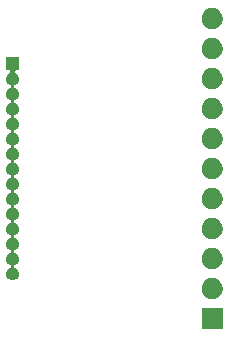
<source format=gbr>
G04 #@! TF.GenerationSoftware,KiCad,Pcbnew,(5.1.6)-1*
G04 #@! TF.CreationDate,2020-08-10T17:54:01+03:00*
G04 #@! TF.ProjectId,Sharp_11pin_to_15pin_Adapter,53686172-705f-4313-9170-696e5f746f5f,rev?*
G04 #@! TF.SameCoordinates,Original*
G04 #@! TF.FileFunction,Soldermask,Bot*
G04 #@! TF.FilePolarity,Negative*
%FSLAX46Y46*%
G04 Gerber Fmt 4.6, Leading zero omitted, Abs format (unit mm)*
G04 Created by KiCad (PCBNEW (5.1.6)-1) date 2020-08-10 17:54:01*
%MOMM*%
%LPD*%
G01*
G04 APERTURE LIST*
%ADD10C,0.100000*%
G04 APERTURE END LIST*
D10*
G36*
X145681000Y-127901000D02*
G01*
X143879000Y-127901000D01*
X143879000Y-126099000D01*
X145681000Y-126099000D01*
X145681000Y-127901000D01*
G37*
G36*
X144893512Y-123563927D02*
G01*
X145042812Y-123593624D01*
X145206784Y-123661544D01*
X145354354Y-123760147D01*
X145479853Y-123885646D01*
X145578456Y-124033216D01*
X145646376Y-124197188D01*
X145681000Y-124371259D01*
X145681000Y-124548741D01*
X145646376Y-124722812D01*
X145578456Y-124886784D01*
X145479853Y-125034354D01*
X145354354Y-125159853D01*
X145206784Y-125258456D01*
X145042812Y-125326376D01*
X144893512Y-125356073D01*
X144868742Y-125361000D01*
X144691258Y-125361000D01*
X144666488Y-125356073D01*
X144517188Y-125326376D01*
X144353216Y-125258456D01*
X144205646Y-125159853D01*
X144080147Y-125034354D01*
X143981544Y-124886784D01*
X143913624Y-124722812D01*
X143879000Y-124548741D01*
X143879000Y-124371259D01*
X143913624Y-124197188D01*
X143981544Y-124033216D01*
X144080147Y-123885646D01*
X144205646Y-123760147D01*
X144353216Y-123661544D01*
X144517188Y-123593624D01*
X144666488Y-123563927D01*
X144691258Y-123559000D01*
X144868742Y-123559000D01*
X144893512Y-123563927D01*
G37*
G36*
X128431000Y-105961000D02*
G01*
X128207782Y-105961000D01*
X128183396Y-105963402D01*
X128159947Y-105970515D01*
X128138336Y-105982066D01*
X128119394Y-105997611D01*
X128103849Y-106016553D01*
X128092298Y-106038164D01*
X128085185Y-106061613D01*
X128082783Y-106085999D01*
X128085185Y-106110385D01*
X128092298Y-106133834D01*
X128103849Y-106155445D01*
X128119394Y-106174387D01*
X128138336Y-106189932D01*
X128199816Y-106231012D01*
X128231242Y-106252010D01*
X128307990Y-106328758D01*
X128307991Y-106328760D01*
X128368291Y-106419005D01*
X128409826Y-106519279D01*
X128431000Y-106625730D01*
X128431000Y-106734270D01*
X128409826Y-106840721D01*
X128368291Y-106940995D01*
X128367077Y-106942812D01*
X128307990Y-107031242D01*
X128231242Y-107107990D01*
X128185812Y-107138345D01*
X128140995Y-107168291D01*
X128065611Y-107199516D01*
X128044000Y-107211067D01*
X128025059Y-107226612D01*
X128009513Y-107245554D01*
X127997962Y-107267165D01*
X127990849Y-107290614D01*
X127988447Y-107315000D01*
X127990849Y-107339386D01*
X127997962Y-107362835D01*
X128009513Y-107384446D01*
X128025058Y-107403387D01*
X128044000Y-107418933D01*
X128065611Y-107430484D01*
X128140995Y-107461709D01*
X128185812Y-107491655D01*
X128231242Y-107522010D01*
X128307990Y-107598758D01*
X128307991Y-107598760D01*
X128368291Y-107689005D01*
X128409826Y-107789279D01*
X128431000Y-107895730D01*
X128431000Y-108004270D01*
X128409826Y-108110721D01*
X128368291Y-108210995D01*
X128368290Y-108210996D01*
X128307990Y-108301242D01*
X128231242Y-108377990D01*
X128185812Y-108408345D01*
X128140995Y-108438291D01*
X128065611Y-108469516D01*
X128044000Y-108481067D01*
X128025059Y-108496612D01*
X128009513Y-108515554D01*
X127997962Y-108537165D01*
X127990849Y-108560614D01*
X127988447Y-108585000D01*
X127990849Y-108609386D01*
X127997962Y-108632835D01*
X128009513Y-108654446D01*
X128025058Y-108673387D01*
X128044000Y-108688933D01*
X128065611Y-108700484D01*
X128140995Y-108731709D01*
X128140996Y-108731710D01*
X128231242Y-108792010D01*
X128307990Y-108868758D01*
X128307991Y-108868760D01*
X128368291Y-108959005D01*
X128409826Y-109059279D01*
X128431000Y-109165730D01*
X128431000Y-109274270D01*
X128409826Y-109380721D01*
X128368291Y-109480995D01*
X128367077Y-109482812D01*
X128307990Y-109571242D01*
X128231242Y-109647990D01*
X128185812Y-109678345D01*
X128140995Y-109708291D01*
X128065611Y-109739516D01*
X128044000Y-109751067D01*
X128025059Y-109766612D01*
X128009513Y-109785554D01*
X127997962Y-109807165D01*
X127990849Y-109830614D01*
X127988447Y-109855000D01*
X127990849Y-109879386D01*
X127997962Y-109902835D01*
X128009513Y-109924446D01*
X128025058Y-109943387D01*
X128044000Y-109958933D01*
X128065611Y-109970484D01*
X128140995Y-110001709D01*
X128185812Y-110031655D01*
X128231242Y-110062010D01*
X128307990Y-110138758D01*
X128307991Y-110138760D01*
X128368291Y-110229005D01*
X128409826Y-110329279D01*
X128431000Y-110435730D01*
X128431000Y-110544270D01*
X128409826Y-110650721D01*
X128368291Y-110750995D01*
X128368290Y-110750996D01*
X128307990Y-110841242D01*
X128231242Y-110917990D01*
X128185812Y-110948345D01*
X128140995Y-110978291D01*
X128065611Y-111009516D01*
X128044000Y-111021067D01*
X128025059Y-111036612D01*
X128009513Y-111055554D01*
X127997962Y-111077165D01*
X127990849Y-111100614D01*
X127988447Y-111125000D01*
X127990849Y-111149386D01*
X127997962Y-111172835D01*
X128009513Y-111194446D01*
X128025058Y-111213387D01*
X128044000Y-111228933D01*
X128065611Y-111240484D01*
X128140995Y-111271709D01*
X128140996Y-111271710D01*
X128231242Y-111332010D01*
X128307990Y-111408758D01*
X128307991Y-111408760D01*
X128368291Y-111499005D01*
X128409826Y-111599279D01*
X128431000Y-111705730D01*
X128431000Y-111814270D01*
X128409826Y-111920721D01*
X128368291Y-112020995D01*
X128367077Y-112022812D01*
X128307990Y-112111242D01*
X128231242Y-112187990D01*
X128185812Y-112218345D01*
X128140995Y-112248291D01*
X128065611Y-112279516D01*
X128044000Y-112291067D01*
X128025059Y-112306612D01*
X128009513Y-112325554D01*
X127997962Y-112347165D01*
X127990849Y-112370614D01*
X127988447Y-112395000D01*
X127990849Y-112419386D01*
X127997962Y-112442835D01*
X128009513Y-112464446D01*
X128025058Y-112483387D01*
X128044000Y-112498933D01*
X128065611Y-112510484D01*
X128140995Y-112541709D01*
X128185812Y-112571655D01*
X128231242Y-112602010D01*
X128307990Y-112678758D01*
X128307991Y-112678760D01*
X128368291Y-112769005D01*
X128409826Y-112869279D01*
X128431000Y-112975730D01*
X128431000Y-113084270D01*
X128409826Y-113190721D01*
X128368291Y-113290995D01*
X128368290Y-113290996D01*
X128307990Y-113381242D01*
X128231242Y-113457990D01*
X128185812Y-113488345D01*
X128140995Y-113518291D01*
X128065611Y-113549516D01*
X128044000Y-113561067D01*
X128025059Y-113576612D01*
X128009513Y-113595554D01*
X127997962Y-113617165D01*
X127990849Y-113640614D01*
X127988447Y-113665000D01*
X127990849Y-113689386D01*
X127997962Y-113712835D01*
X128009513Y-113734446D01*
X128025058Y-113753387D01*
X128044000Y-113768933D01*
X128065611Y-113780484D01*
X128140995Y-113811709D01*
X128140996Y-113811710D01*
X128231242Y-113872010D01*
X128307990Y-113948758D01*
X128307991Y-113948760D01*
X128368291Y-114039005D01*
X128409826Y-114139279D01*
X128431000Y-114245730D01*
X128431000Y-114354270D01*
X128409826Y-114460721D01*
X128368291Y-114560995D01*
X128367077Y-114562812D01*
X128307990Y-114651242D01*
X128231242Y-114727990D01*
X128185812Y-114758345D01*
X128140995Y-114788291D01*
X128065611Y-114819516D01*
X128044000Y-114831067D01*
X128025059Y-114846612D01*
X128009513Y-114865554D01*
X127997962Y-114887165D01*
X127990849Y-114910614D01*
X127988447Y-114935000D01*
X127990849Y-114959386D01*
X127997962Y-114982835D01*
X128009513Y-115004446D01*
X128025058Y-115023387D01*
X128044000Y-115038933D01*
X128065611Y-115050484D01*
X128140995Y-115081709D01*
X128185812Y-115111655D01*
X128231242Y-115142010D01*
X128307990Y-115218758D01*
X128307991Y-115218760D01*
X128368291Y-115309005D01*
X128409826Y-115409279D01*
X128431000Y-115515730D01*
X128431000Y-115624270D01*
X128409826Y-115730721D01*
X128368291Y-115830995D01*
X128368290Y-115830996D01*
X128307990Y-115921242D01*
X128231242Y-115997990D01*
X128185812Y-116028345D01*
X128140995Y-116058291D01*
X128065611Y-116089516D01*
X128044000Y-116101067D01*
X128025059Y-116116612D01*
X128009513Y-116135554D01*
X127997962Y-116157165D01*
X127990849Y-116180614D01*
X127988447Y-116205000D01*
X127990849Y-116229386D01*
X127997962Y-116252835D01*
X128009513Y-116274446D01*
X128025058Y-116293387D01*
X128044000Y-116308933D01*
X128065611Y-116320484D01*
X128140995Y-116351709D01*
X128140996Y-116351710D01*
X128231242Y-116412010D01*
X128307990Y-116488758D01*
X128307991Y-116488760D01*
X128368291Y-116579005D01*
X128409826Y-116679279D01*
X128431000Y-116785730D01*
X128431000Y-116894270D01*
X128409826Y-117000721D01*
X128368291Y-117100995D01*
X128367077Y-117102812D01*
X128307990Y-117191242D01*
X128231242Y-117267990D01*
X128185812Y-117298345D01*
X128140995Y-117328291D01*
X128065611Y-117359516D01*
X128044000Y-117371067D01*
X128025059Y-117386612D01*
X128009513Y-117405554D01*
X127997962Y-117427165D01*
X127990849Y-117450614D01*
X127988447Y-117475000D01*
X127990849Y-117499386D01*
X127997962Y-117522835D01*
X128009513Y-117544446D01*
X128025058Y-117563387D01*
X128044000Y-117578933D01*
X128065611Y-117590484D01*
X128140995Y-117621709D01*
X128185812Y-117651655D01*
X128231242Y-117682010D01*
X128307990Y-117758758D01*
X128307991Y-117758760D01*
X128368291Y-117849005D01*
X128409826Y-117949279D01*
X128431000Y-118055730D01*
X128431000Y-118164270D01*
X128409826Y-118270721D01*
X128368291Y-118370995D01*
X128368290Y-118370996D01*
X128307990Y-118461242D01*
X128231242Y-118537990D01*
X128185812Y-118568345D01*
X128140995Y-118598291D01*
X128065611Y-118629516D01*
X128044000Y-118641067D01*
X128025059Y-118656612D01*
X128009513Y-118675554D01*
X127997962Y-118697165D01*
X127990849Y-118720614D01*
X127988447Y-118745000D01*
X127990849Y-118769386D01*
X127997962Y-118792835D01*
X128009513Y-118814446D01*
X128025058Y-118833387D01*
X128044000Y-118848933D01*
X128065611Y-118860484D01*
X128140995Y-118891709D01*
X128140996Y-118891710D01*
X128231242Y-118952010D01*
X128307990Y-119028758D01*
X128307991Y-119028760D01*
X128368291Y-119119005D01*
X128409826Y-119219279D01*
X128431000Y-119325730D01*
X128431000Y-119434270D01*
X128409826Y-119540721D01*
X128368291Y-119640995D01*
X128367077Y-119642812D01*
X128307990Y-119731242D01*
X128231242Y-119807990D01*
X128185812Y-119838345D01*
X128140995Y-119868291D01*
X128065611Y-119899516D01*
X128044000Y-119911067D01*
X128025059Y-119926612D01*
X128009513Y-119945554D01*
X127997962Y-119967165D01*
X127990849Y-119990614D01*
X127988447Y-120015000D01*
X127990849Y-120039386D01*
X127997962Y-120062835D01*
X128009513Y-120084446D01*
X128025058Y-120103387D01*
X128044000Y-120118933D01*
X128065611Y-120130484D01*
X128140995Y-120161709D01*
X128185812Y-120191655D01*
X128231242Y-120222010D01*
X128307990Y-120298758D01*
X128307991Y-120298760D01*
X128368291Y-120389005D01*
X128409826Y-120489279D01*
X128431000Y-120595730D01*
X128431000Y-120704270D01*
X128409826Y-120810721D01*
X128368291Y-120910995D01*
X128368290Y-120910996D01*
X128307990Y-121001242D01*
X128231242Y-121077990D01*
X128185812Y-121108345D01*
X128140995Y-121138291D01*
X128065611Y-121169516D01*
X128044000Y-121181067D01*
X128025059Y-121196612D01*
X128009513Y-121215554D01*
X127997962Y-121237165D01*
X127990849Y-121260614D01*
X127988447Y-121285000D01*
X127990849Y-121309386D01*
X127997962Y-121332835D01*
X128009513Y-121354446D01*
X128025058Y-121373387D01*
X128044000Y-121388933D01*
X128065611Y-121400484D01*
X128140995Y-121431709D01*
X128140996Y-121431710D01*
X128231242Y-121492010D01*
X128307990Y-121568758D01*
X128307991Y-121568760D01*
X128368291Y-121659005D01*
X128409826Y-121759279D01*
X128431000Y-121865730D01*
X128431000Y-121974270D01*
X128409826Y-122080721D01*
X128368291Y-122180995D01*
X128367077Y-122182812D01*
X128307990Y-122271242D01*
X128231242Y-122347990D01*
X128185812Y-122378345D01*
X128140995Y-122408291D01*
X128065611Y-122439516D01*
X128044000Y-122451067D01*
X128025059Y-122466612D01*
X128009513Y-122485554D01*
X127997962Y-122507165D01*
X127990849Y-122530614D01*
X127988447Y-122555000D01*
X127990849Y-122579386D01*
X127997962Y-122602835D01*
X128009513Y-122624446D01*
X128025058Y-122643387D01*
X128044000Y-122658933D01*
X128065611Y-122670484D01*
X128140995Y-122701709D01*
X128185812Y-122731655D01*
X128231242Y-122762010D01*
X128307990Y-122838758D01*
X128307991Y-122838760D01*
X128368291Y-122929005D01*
X128409826Y-123029279D01*
X128431000Y-123135730D01*
X128431000Y-123244270D01*
X128409826Y-123350721D01*
X128368291Y-123450995D01*
X128368290Y-123450996D01*
X128307990Y-123541242D01*
X128231242Y-123617990D01*
X128185812Y-123648345D01*
X128140995Y-123678291D01*
X128040721Y-123719826D01*
X127934270Y-123741000D01*
X127825730Y-123741000D01*
X127719279Y-123719826D01*
X127619005Y-123678291D01*
X127574188Y-123648345D01*
X127528758Y-123617990D01*
X127452010Y-123541242D01*
X127391710Y-123450996D01*
X127391709Y-123450995D01*
X127350174Y-123350721D01*
X127329000Y-123244270D01*
X127329000Y-123135730D01*
X127350174Y-123029279D01*
X127391709Y-122929005D01*
X127452009Y-122838760D01*
X127452010Y-122838758D01*
X127528758Y-122762010D01*
X127574188Y-122731655D01*
X127619005Y-122701709D01*
X127694389Y-122670484D01*
X127716000Y-122658933D01*
X127734941Y-122643388D01*
X127750487Y-122624446D01*
X127762038Y-122602835D01*
X127769151Y-122579386D01*
X127771553Y-122555000D01*
X127769151Y-122530614D01*
X127762038Y-122507165D01*
X127750487Y-122485554D01*
X127734942Y-122466613D01*
X127716000Y-122451067D01*
X127694389Y-122439516D01*
X127619005Y-122408291D01*
X127574188Y-122378345D01*
X127528758Y-122347990D01*
X127452010Y-122271242D01*
X127392923Y-122182812D01*
X127391709Y-122180995D01*
X127350174Y-122080721D01*
X127329000Y-121974270D01*
X127329000Y-121865730D01*
X127350174Y-121759279D01*
X127391709Y-121659005D01*
X127452009Y-121568760D01*
X127452010Y-121568758D01*
X127528758Y-121492010D01*
X127619004Y-121431710D01*
X127619005Y-121431709D01*
X127694389Y-121400484D01*
X127716000Y-121388933D01*
X127734941Y-121373388D01*
X127750487Y-121354446D01*
X127762038Y-121332835D01*
X127769151Y-121309386D01*
X127771553Y-121285000D01*
X127769151Y-121260614D01*
X127762038Y-121237165D01*
X127750487Y-121215554D01*
X127734942Y-121196613D01*
X127716000Y-121181067D01*
X127694389Y-121169516D01*
X127619005Y-121138291D01*
X127574188Y-121108345D01*
X127528758Y-121077990D01*
X127452010Y-121001242D01*
X127391710Y-120910996D01*
X127391709Y-120910995D01*
X127350174Y-120810721D01*
X127329000Y-120704270D01*
X127329000Y-120595730D01*
X127350174Y-120489279D01*
X127391709Y-120389005D01*
X127452009Y-120298760D01*
X127452010Y-120298758D01*
X127528758Y-120222010D01*
X127574188Y-120191655D01*
X127619005Y-120161709D01*
X127694389Y-120130484D01*
X127716000Y-120118933D01*
X127734941Y-120103388D01*
X127750487Y-120084446D01*
X127762038Y-120062835D01*
X127769151Y-120039386D01*
X127771553Y-120015000D01*
X127769151Y-119990614D01*
X127762038Y-119967165D01*
X127750487Y-119945554D01*
X127734942Y-119926613D01*
X127716000Y-119911067D01*
X127694389Y-119899516D01*
X127619005Y-119868291D01*
X127574188Y-119838345D01*
X127528758Y-119807990D01*
X127452010Y-119731242D01*
X127392923Y-119642812D01*
X127391709Y-119640995D01*
X127350174Y-119540721D01*
X127329000Y-119434270D01*
X127329000Y-119325730D01*
X127350174Y-119219279D01*
X127391709Y-119119005D01*
X127452009Y-119028760D01*
X127452010Y-119028758D01*
X127528758Y-118952010D01*
X127619004Y-118891710D01*
X127619005Y-118891709D01*
X127694389Y-118860484D01*
X127716000Y-118848933D01*
X127734941Y-118833388D01*
X127750487Y-118814446D01*
X127762038Y-118792835D01*
X127769151Y-118769386D01*
X127771553Y-118745000D01*
X127769151Y-118720614D01*
X127762038Y-118697165D01*
X127750487Y-118675554D01*
X127734942Y-118656613D01*
X127716000Y-118641067D01*
X127694389Y-118629516D01*
X127619005Y-118598291D01*
X127574188Y-118568345D01*
X127528758Y-118537990D01*
X127452010Y-118461242D01*
X127391710Y-118370996D01*
X127391709Y-118370995D01*
X127350174Y-118270721D01*
X127329000Y-118164270D01*
X127329000Y-118055730D01*
X127350174Y-117949279D01*
X127391709Y-117849005D01*
X127452009Y-117758760D01*
X127452010Y-117758758D01*
X127528758Y-117682010D01*
X127574188Y-117651655D01*
X127619005Y-117621709D01*
X127694389Y-117590484D01*
X127716000Y-117578933D01*
X127734941Y-117563388D01*
X127750487Y-117544446D01*
X127762038Y-117522835D01*
X127769151Y-117499386D01*
X127771553Y-117475000D01*
X127769151Y-117450614D01*
X127762038Y-117427165D01*
X127750487Y-117405554D01*
X127734942Y-117386613D01*
X127716000Y-117371067D01*
X127694389Y-117359516D01*
X127619005Y-117328291D01*
X127574188Y-117298345D01*
X127528758Y-117267990D01*
X127452010Y-117191242D01*
X127392923Y-117102812D01*
X127391709Y-117100995D01*
X127350174Y-117000721D01*
X127329000Y-116894270D01*
X127329000Y-116785730D01*
X127350174Y-116679279D01*
X127391709Y-116579005D01*
X127452009Y-116488760D01*
X127452010Y-116488758D01*
X127528758Y-116412010D01*
X127619004Y-116351710D01*
X127619005Y-116351709D01*
X127694389Y-116320484D01*
X127716000Y-116308933D01*
X127734941Y-116293388D01*
X127750487Y-116274446D01*
X127762038Y-116252835D01*
X127769151Y-116229386D01*
X127771553Y-116205000D01*
X127769151Y-116180614D01*
X127762038Y-116157165D01*
X127750487Y-116135554D01*
X127734942Y-116116613D01*
X127716000Y-116101067D01*
X127694389Y-116089516D01*
X127619005Y-116058291D01*
X127574188Y-116028345D01*
X127528758Y-115997990D01*
X127452010Y-115921242D01*
X127391710Y-115830996D01*
X127391709Y-115830995D01*
X127350174Y-115730721D01*
X127329000Y-115624270D01*
X127329000Y-115515730D01*
X127350174Y-115409279D01*
X127391709Y-115309005D01*
X127452009Y-115218760D01*
X127452010Y-115218758D01*
X127528758Y-115142010D01*
X127574188Y-115111655D01*
X127619005Y-115081709D01*
X127694389Y-115050484D01*
X127716000Y-115038933D01*
X127734941Y-115023388D01*
X127750487Y-115004446D01*
X127762038Y-114982835D01*
X127769151Y-114959386D01*
X127771553Y-114935000D01*
X127769151Y-114910614D01*
X127762038Y-114887165D01*
X127750487Y-114865554D01*
X127734942Y-114846613D01*
X127716000Y-114831067D01*
X127694389Y-114819516D01*
X127619005Y-114788291D01*
X127574188Y-114758345D01*
X127528758Y-114727990D01*
X127452010Y-114651242D01*
X127392923Y-114562812D01*
X127391709Y-114560995D01*
X127350174Y-114460721D01*
X127329000Y-114354270D01*
X127329000Y-114245730D01*
X127350174Y-114139279D01*
X127391709Y-114039005D01*
X127452009Y-113948760D01*
X127452010Y-113948758D01*
X127528758Y-113872010D01*
X127619004Y-113811710D01*
X127619005Y-113811709D01*
X127694389Y-113780484D01*
X127716000Y-113768933D01*
X127734941Y-113753388D01*
X127750487Y-113734446D01*
X127762038Y-113712835D01*
X127769151Y-113689386D01*
X127771553Y-113665000D01*
X127769151Y-113640614D01*
X127762038Y-113617165D01*
X127750487Y-113595554D01*
X127734942Y-113576613D01*
X127716000Y-113561067D01*
X127694389Y-113549516D01*
X127619005Y-113518291D01*
X127574188Y-113488345D01*
X127528758Y-113457990D01*
X127452010Y-113381242D01*
X127391710Y-113290996D01*
X127391709Y-113290995D01*
X127350174Y-113190721D01*
X127329000Y-113084270D01*
X127329000Y-112975730D01*
X127350174Y-112869279D01*
X127391709Y-112769005D01*
X127452009Y-112678760D01*
X127452010Y-112678758D01*
X127528758Y-112602010D01*
X127574188Y-112571655D01*
X127619005Y-112541709D01*
X127694389Y-112510484D01*
X127716000Y-112498933D01*
X127734941Y-112483388D01*
X127750487Y-112464446D01*
X127762038Y-112442835D01*
X127769151Y-112419386D01*
X127771553Y-112395000D01*
X127769151Y-112370614D01*
X127762038Y-112347165D01*
X127750487Y-112325554D01*
X127734942Y-112306613D01*
X127716000Y-112291067D01*
X127694389Y-112279516D01*
X127619005Y-112248291D01*
X127574188Y-112218345D01*
X127528758Y-112187990D01*
X127452010Y-112111242D01*
X127392923Y-112022812D01*
X127391709Y-112020995D01*
X127350174Y-111920721D01*
X127329000Y-111814270D01*
X127329000Y-111705730D01*
X127350174Y-111599279D01*
X127391709Y-111499005D01*
X127452009Y-111408760D01*
X127452010Y-111408758D01*
X127528758Y-111332010D01*
X127619004Y-111271710D01*
X127619005Y-111271709D01*
X127694389Y-111240484D01*
X127716000Y-111228933D01*
X127734941Y-111213388D01*
X127750487Y-111194446D01*
X127762038Y-111172835D01*
X127769151Y-111149386D01*
X127771553Y-111125000D01*
X127769151Y-111100614D01*
X127762038Y-111077165D01*
X127750487Y-111055554D01*
X127734942Y-111036613D01*
X127716000Y-111021067D01*
X127694389Y-111009516D01*
X127619005Y-110978291D01*
X127574188Y-110948345D01*
X127528758Y-110917990D01*
X127452010Y-110841242D01*
X127391710Y-110750996D01*
X127391709Y-110750995D01*
X127350174Y-110650721D01*
X127329000Y-110544270D01*
X127329000Y-110435730D01*
X127350174Y-110329279D01*
X127391709Y-110229005D01*
X127452009Y-110138760D01*
X127452010Y-110138758D01*
X127528758Y-110062010D01*
X127574188Y-110031655D01*
X127619005Y-110001709D01*
X127694389Y-109970484D01*
X127716000Y-109958933D01*
X127734941Y-109943388D01*
X127750487Y-109924446D01*
X127762038Y-109902835D01*
X127769151Y-109879386D01*
X127771553Y-109855000D01*
X127769151Y-109830614D01*
X127762038Y-109807165D01*
X127750487Y-109785554D01*
X127734942Y-109766613D01*
X127716000Y-109751067D01*
X127694389Y-109739516D01*
X127619005Y-109708291D01*
X127574188Y-109678345D01*
X127528758Y-109647990D01*
X127452010Y-109571242D01*
X127392923Y-109482812D01*
X127391709Y-109480995D01*
X127350174Y-109380721D01*
X127329000Y-109274270D01*
X127329000Y-109165730D01*
X127350174Y-109059279D01*
X127391709Y-108959005D01*
X127452009Y-108868760D01*
X127452010Y-108868758D01*
X127528758Y-108792010D01*
X127619004Y-108731710D01*
X127619005Y-108731709D01*
X127694389Y-108700484D01*
X127716000Y-108688933D01*
X127734941Y-108673388D01*
X127750487Y-108654446D01*
X127762038Y-108632835D01*
X127769151Y-108609386D01*
X127771553Y-108585000D01*
X127769151Y-108560614D01*
X127762038Y-108537165D01*
X127750487Y-108515554D01*
X127734942Y-108496613D01*
X127716000Y-108481067D01*
X127694389Y-108469516D01*
X127619005Y-108438291D01*
X127574188Y-108408345D01*
X127528758Y-108377990D01*
X127452010Y-108301242D01*
X127391710Y-108210996D01*
X127391709Y-108210995D01*
X127350174Y-108110721D01*
X127329000Y-108004270D01*
X127329000Y-107895730D01*
X127350174Y-107789279D01*
X127391709Y-107689005D01*
X127452009Y-107598760D01*
X127452010Y-107598758D01*
X127528758Y-107522010D01*
X127574188Y-107491655D01*
X127619005Y-107461709D01*
X127694389Y-107430484D01*
X127716000Y-107418933D01*
X127734941Y-107403388D01*
X127750487Y-107384446D01*
X127762038Y-107362835D01*
X127769151Y-107339386D01*
X127771553Y-107315000D01*
X127769151Y-107290614D01*
X127762038Y-107267165D01*
X127750487Y-107245554D01*
X127734942Y-107226613D01*
X127716000Y-107211067D01*
X127694389Y-107199516D01*
X127619005Y-107168291D01*
X127574188Y-107138345D01*
X127528758Y-107107990D01*
X127452010Y-107031242D01*
X127392923Y-106942812D01*
X127391709Y-106940995D01*
X127350174Y-106840721D01*
X127329000Y-106734270D01*
X127329000Y-106625730D01*
X127350174Y-106519279D01*
X127391709Y-106419005D01*
X127452009Y-106328760D01*
X127452010Y-106328758D01*
X127528758Y-106252010D01*
X127560184Y-106231012D01*
X127621664Y-106189932D01*
X127640606Y-106174386D01*
X127656151Y-106155444D01*
X127667702Y-106133833D01*
X127674815Y-106110385D01*
X127677217Y-106085998D01*
X127674815Y-106061612D01*
X127667702Y-106038163D01*
X127656151Y-106016553D01*
X127640605Y-105997611D01*
X127621663Y-105982066D01*
X127600052Y-105970515D01*
X127576604Y-105963402D01*
X127552218Y-105961000D01*
X127329000Y-105961000D01*
X127329000Y-104859000D01*
X128431000Y-104859000D01*
X128431000Y-105961000D01*
G37*
G36*
X144893512Y-121023927D02*
G01*
X145042812Y-121053624D01*
X145206784Y-121121544D01*
X145354354Y-121220147D01*
X145479853Y-121345646D01*
X145578456Y-121493216D01*
X145646376Y-121657188D01*
X145681000Y-121831259D01*
X145681000Y-122008741D01*
X145646376Y-122182812D01*
X145578456Y-122346784D01*
X145479853Y-122494354D01*
X145354354Y-122619853D01*
X145206784Y-122718456D01*
X145042812Y-122786376D01*
X144893512Y-122816073D01*
X144868742Y-122821000D01*
X144691258Y-122821000D01*
X144666488Y-122816073D01*
X144517188Y-122786376D01*
X144353216Y-122718456D01*
X144205646Y-122619853D01*
X144080147Y-122494354D01*
X143981544Y-122346784D01*
X143913624Y-122182812D01*
X143879000Y-122008741D01*
X143879000Y-121831259D01*
X143913624Y-121657188D01*
X143981544Y-121493216D01*
X144080147Y-121345646D01*
X144205646Y-121220147D01*
X144353216Y-121121544D01*
X144517188Y-121053624D01*
X144666488Y-121023927D01*
X144691258Y-121019000D01*
X144868742Y-121019000D01*
X144893512Y-121023927D01*
G37*
G36*
X144893512Y-118483927D02*
G01*
X145042812Y-118513624D01*
X145206784Y-118581544D01*
X145354354Y-118680147D01*
X145479853Y-118805646D01*
X145578456Y-118953216D01*
X145646376Y-119117188D01*
X145681000Y-119291259D01*
X145681000Y-119468741D01*
X145646376Y-119642812D01*
X145578456Y-119806784D01*
X145479853Y-119954354D01*
X145354354Y-120079853D01*
X145206784Y-120178456D01*
X145042812Y-120246376D01*
X144893512Y-120276073D01*
X144868742Y-120281000D01*
X144691258Y-120281000D01*
X144666488Y-120276073D01*
X144517188Y-120246376D01*
X144353216Y-120178456D01*
X144205646Y-120079853D01*
X144080147Y-119954354D01*
X143981544Y-119806784D01*
X143913624Y-119642812D01*
X143879000Y-119468741D01*
X143879000Y-119291259D01*
X143913624Y-119117188D01*
X143981544Y-118953216D01*
X144080147Y-118805646D01*
X144205646Y-118680147D01*
X144353216Y-118581544D01*
X144517188Y-118513624D01*
X144666488Y-118483927D01*
X144691258Y-118479000D01*
X144868742Y-118479000D01*
X144893512Y-118483927D01*
G37*
G36*
X144893512Y-115943927D02*
G01*
X145042812Y-115973624D01*
X145206784Y-116041544D01*
X145354354Y-116140147D01*
X145479853Y-116265646D01*
X145578456Y-116413216D01*
X145646376Y-116577188D01*
X145681000Y-116751259D01*
X145681000Y-116928741D01*
X145646376Y-117102812D01*
X145578456Y-117266784D01*
X145479853Y-117414354D01*
X145354354Y-117539853D01*
X145206784Y-117638456D01*
X145042812Y-117706376D01*
X144893512Y-117736073D01*
X144868742Y-117741000D01*
X144691258Y-117741000D01*
X144666488Y-117736073D01*
X144517188Y-117706376D01*
X144353216Y-117638456D01*
X144205646Y-117539853D01*
X144080147Y-117414354D01*
X143981544Y-117266784D01*
X143913624Y-117102812D01*
X143879000Y-116928741D01*
X143879000Y-116751259D01*
X143913624Y-116577188D01*
X143981544Y-116413216D01*
X144080147Y-116265646D01*
X144205646Y-116140147D01*
X144353216Y-116041544D01*
X144517188Y-115973624D01*
X144666488Y-115943927D01*
X144691258Y-115939000D01*
X144868742Y-115939000D01*
X144893512Y-115943927D01*
G37*
G36*
X144893512Y-113403927D02*
G01*
X145042812Y-113433624D01*
X145206784Y-113501544D01*
X145354354Y-113600147D01*
X145479853Y-113725646D01*
X145578456Y-113873216D01*
X145646376Y-114037188D01*
X145681000Y-114211259D01*
X145681000Y-114388741D01*
X145646376Y-114562812D01*
X145578456Y-114726784D01*
X145479853Y-114874354D01*
X145354354Y-114999853D01*
X145206784Y-115098456D01*
X145042812Y-115166376D01*
X144893512Y-115196073D01*
X144868742Y-115201000D01*
X144691258Y-115201000D01*
X144666488Y-115196073D01*
X144517188Y-115166376D01*
X144353216Y-115098456D01*
X144205646Y-114999853D01*
X144080147Y-114874354D01*
X143981544Y-114726784D01*
X143913624Y-114562812D01*
X143879000Y-114388741D01*
X143879000Y-114211259D01*
X143913624Y-114037188D01*
X143981544Y-113873216D01*
X144080147Y-113725646D01*
X144205646Y-113600147D01*
X144353216Y-113501544D01*
X144517188Y-113433624D01*
X144666488Y-113403927D01*
X144691258Y-113399000D01*
X144868742Y-113399000D01*
X144893512Y-113403927D01*
G37*
G36*
X144893512Y-110863927D02*
G01*
X145042812Y-110893624D01*
X145206784Y-110961544D01*
X145354354Y-111060147D01*
X145479853Y-111185646D01*
X145578456Y-111333216D01*
X145646376Y-111497188D01*
X145681000Y-111671259D01*
X145681000Y-111848741D01*
X145646376Y-112022812D01*
X145578456Y-112186784D01*
X145479853Y-112334354D01*
X145354354Y-112459853D01*
X145206784Y-112558456D01*
X145042812Y-112626376D01*
X144893512Y-112656073D01*
X144868742Y-112661000D01*
X144691258Y-112661000D01*
X144666488Y-112656073D01*
X144517188Y-112626376D01*
X144353216Y-112558456D01*
X144205646Y-112459853D01*
X144080147Y-112334354D01*
X143981544Y-112186784D01*
X143913624Y-112022812D01*
X143879000Y-111848741D01*
X143879000Y-111671259D01*
X143913624Y-111497188D01*
X143981544Y-111333216D01*
X144080147Y-111185646D01*
X144205646Y-111060147D01*
X144353216Y-110961544D01*
X144517188Y-110893624D01*
X144666488Y-110863927D01*
X144691258Y-110859000D01*
X144868742Y-110859000D01*
X144893512Y-110863927D01*
G37*
G36*
X144893512Y-108323927D02*
G01*
X145042812Y-108353624D01*
X145206784Y-108421544D01*
X145354354Y-108520147D01*
X145479853Y-108645646D01*
X145578456Y-108793216D01*
X145646376Y-108957188D01*
X145681000Y-109131259D01*
X145681000Y-109308741D01*
X145646376Y-109482812D01*
X145578456Y-109646784D01*
X145479853Y-109794354D01*
X145354354Y-109919853D01*
X145206784Y-110018456D01*
X145042812Y-110086376D01*
X144893512Y-110116073D01*
X144868742Y-110121000D01*
X144691258Y-110121000D01*
X144666488Y-110116073D01*
X144517188Y-110086376D01*
X144353216Y-110018456D01*
X144205646Y-109919853D01*
X144080147Y-109794354D01*
X143981544Y-109646784D01*
X143913624Y-109482812D01*
X143879000Y-109308741D01*
X143879000Y-109131259D01*
X143913624Y-108957188D01*
X143981544Y-108793216D01*
X144080147Y-108645646D01*
X144205646Y-108520147D01*
X144353216Y-108421544D01*
X144517188Y-108353624D01*
X144666488Y-108323927D01*
X144691258Y-108319000D01*
X144868742Y-108319000D01*
X144893512Y-108323927D01*
G37*
G36*
X144893512Y-105783927D02*
G01*
X145042812Y-105813624D01*
X145206784Y-105881544D01*
X145354354Y-105980147D01*
X145479853Y-106105646D01*
X145578456Y-106253216D01*
X145646376Y-106417188D01*
X145681000Y-106591259D01*
X145681000Y-106768741D01*
X145646376Y-106942812D01*
X145578456Y-107106784D01*
X145479853Y-107254354D01*
X145354354Y-107379853D01*
X145206784Y-107478456D01*
X145042812Y-107546376D01*
X144893512Y-107576073D01*
X144868742Y-107581000D01*
X144691258Y-107581000D01*
X144666488Y-107576073D01*
X144517188Y-107546376D01*
X144353216Y-107478456D01*
X144205646Y-107379853D01*
X144080147Y-107254354D01*
X143981544Y-107106784D01*
X143913624Y-106942812D01*
X143879000Y-106768741D01*
X143879000Y-106591259D01*
X143913624Y-106417188D01*
X143981544Y-106253216D01*
X144080147Y-106105646D01*
X144205646Y-105980147D01*
X144353216Y-105881544D01*
X144517188Y-105813624D01*
X144666488Y-105783927D01*
X144691258Y-105779000D01*
X144868742Y-105779000D01*
X144893512Y-105783927D01*
G37*
G36*
X144893512Y-103243927D02*
G01*
X145042812Y-103273624D01*
X145206784Y-103341544D01*
X145354354Y-103440147D01*
X145479853Y-103565646D01*
X145578456Y-103713216D01*
X145646376Y-103877188D01*
X145681000Y-104051259D01*
X145681000Y-104228741D01*
X145646376Y-104402812D01*
X145578456Y-104566784D01*
X145479853Y-104714354D01*
X145354354Y-104839853D01*
X145206784Y-104938456D01*
X145042812Y-105006376D01*
X144893512Y-105036073D01*
X144868742Y-105041000D01*
X144691258Y-105041000D01*
X144666488Y-105036073D01*
X144517188Y-105006376D01*
X144353216Y-104938456D01*
X144205646Y-104839853D01*
X144080147Y-104714354D01*
X143981544Y-104566784D01*
X143913624Y-104402812D01*
X143879000Y-104228741D01*
X143879000Y-104051259D01*
X143913624Y-103877188D01*
X143981544Y-103713216D01*
X144080147Y-103565646D01*
X144205646Y-103440147D01*
X144353216Y-103341544D01*
X144517188Y-103273624D01*
X144666488Y-103243927D01*
X144691258Y-103239000D01*
X144868742Y-103239000D01*
X144893512Y-103243927D01*
G37*
G36*
X144893512Y-100703927D02*
G01*
X145042812Y-100733624D01*
X145206784Y-100801544D01*
X145354354Y-100900147D01*
X145479853Y-101025646D01*
X145578456Y-101173216D01*
X145646376Y-101337188D01*
X145681000Y-101511259D01*
X145681000Y-101688741D01*
X145646376Y-101862812D01*
X145578456Y-102026784D01*
X145479853Y-102174354D01*
X145354354Y-102299853D01*
X145206784Y-102398456D01*
X145042812Y-102466376D01*
X144893512Y-102496073D01*
X144868742Y-102501000D01*
X144691258Y-102501000D01*
X144666488Y-102496073D01*
X144517188Y-102466376D01*
X144353216Y-102398456D01*
X144205646Y-102299853D01*
X144080147Y-102174354D01*
X143981544Y-102026784D01*
X143913624Y-101862812D01*
X143879000Y-101688741D01*
X143879000Y-101511259D01*
X143913624Y-101337188D01*
X143981544Y-101173216D01*
X144080147Y-101025646D01*
X144205646Y-100900147D01*
X144353216Y-100801544D01*
X144517188Y-100733624D01*
X144666488Y-100703927D01*
X144691258Y-100699000D01*
X144868742Y-100699000D01*
X144893512Y-100703927D01*
G37*
M02*

</source>
